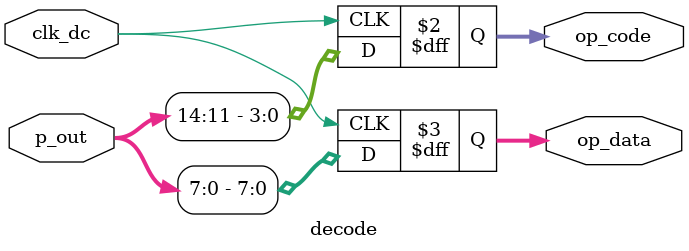
<source format=v>
module decode(clk_dc, p_out, op_code, op_data);
    input clk_dc;
    input [14:0] p_out;
    output reg [3:0] op_code;
    output reg [7:0] op_data;

    always @ (posedge clk_dc) begin
        op_code <= p_out[14:11];
        op_data <= p_out[7:0];
    end
    
endmodule
</source>
